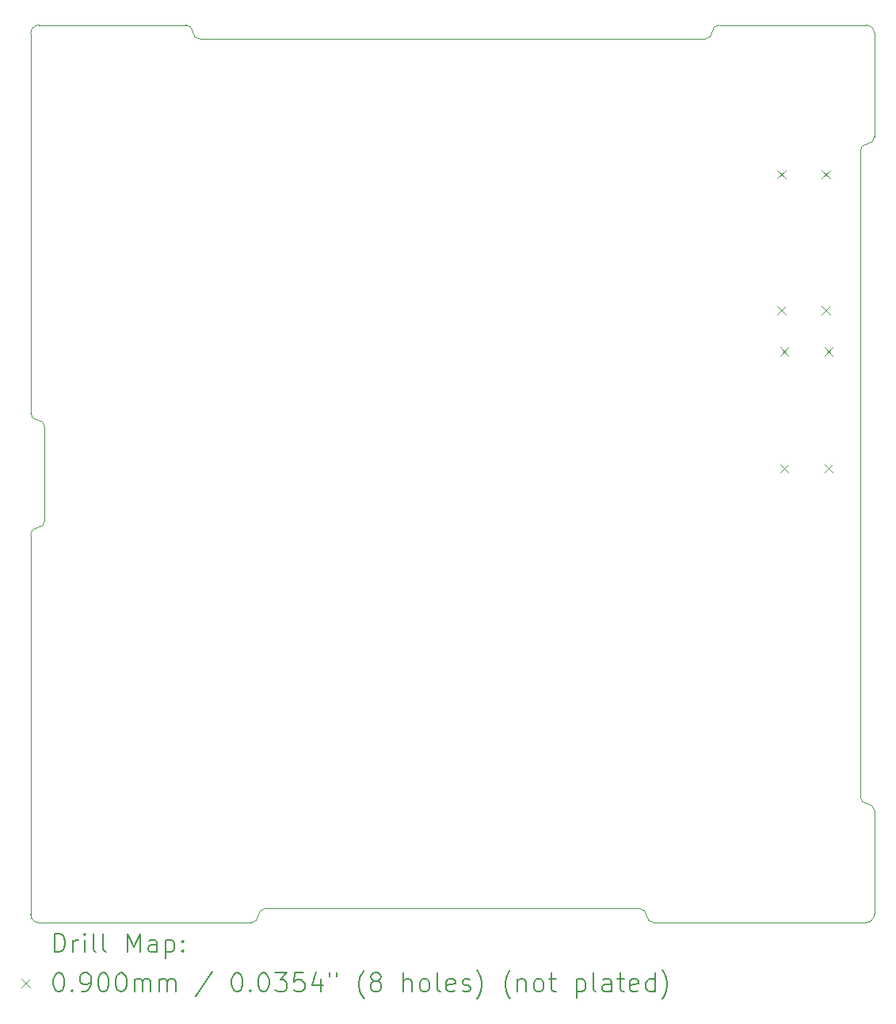
<source format=gbr>
%TF.GenerationSoftware,KiCad,Pcbnew,6.0.9*%
%TF.CreationDate,2023-07-28T14:51:29+03:00*%
%TF.ProjectId,obc-adcs-board,6f62632d-6164-4637-932d-626f6172642e,rev?*%
%TF.SameCoordinates,PX3e2df80PY83e4a60*%
%TF.FileFunction,Drillmap*%
%TF.FilePolarity,Positive*%
%FSLAX45Y45*%
G04 Gerber Fmt 4.5, Leading zero omitted, Abs format (unit mm)*
G04 Created by KiCad (PCBNEW 6.0.9) date 2023-07-28 14:51:29*
%MOMM*%
%LPD*%
G01*
G04 APERTURE LIST*
%ADD10C,0.100000*%
%ADD11C,0.200000*%
%ADD12C,0.090000*%
G04 APERTURE END LIST*
D10*
X160000Y4306500D02*
X160000Y5306500D01*
X6668500Y12000D02*
X8937000Y12000D01*
X85000Y4231500D02*
G75*
G03*
X10000Y4156500I0J-75000D01*
G01*
X6593500Y87000D02*
G75*
G03*
X6518500Y162000I-75000J0D01*
G01*
X7218500Y9451000D02*
G75*
G03*
X7293500Y9526000I0J75000D01*
G01*
X9027000Y1206500D02*
X9027000Y102000D01*
X85000Y4231500D02*
G75*
G03*
X160000Y4306500I0J75000D01*
G01*
X2518500Y162000D02*
G75*
G03*
X2443500Y87000I0J-75000D01*
G01*
X1818500Y9451000D02*
X7218500Y9451000D01*
X10000Y4156500D02*
X10000Y101000D01*
X7368500Y9601000D02*
G75*
G03*
X7293500Y9526000I0J-75000D01*
G01*
X100000Y9601000D02*
G75*
G03*
X10000Y9511000I0J-90000D01*
G01*
X10000Y101000D02*
G75*
G03*
X100000Y11000I90000J0D01*
G01*
X8877000Y1356500D02*
X8877000Y8256500D01*
X9027000Y1206500D02*
G75*
G03*
X8952000Y1281500I-75000J0D01*
G01*
X8952000Y8331500D02*
G75*
G03*
X8877000Y8256500I0J-75000D01*
G01*
X8877000Y1356500D02*
G75*
G03*
X8952000Y1281500I75000J0D01*
G01*
X2518500Y162000D02*
X6518500Y162000D01*
X7368500Y9601000D02*
X8937000Y9601000D01*
X8952000Y8331500D02*
G75*
G03*
X9027000Y8406500I0J75000D01*
G01*
X8937000Y12000D02*
G75*
G03*
X9027000Y102000I0J90000D01*
G01*
X160000Y5306500D02*
G75*
G03*
X85000Y5381500I-75000J0D01*
G01*
X2368500Y12000D02*
G75*
G03*
X2443500Y87000I0J75000D01*
G01*
X9027000Y9511000D02*
G75*
G03*
X8937000Y9601000I-90000J0D01*
G01*
X1743500Y9526000D02*
G75*
G03*
X1818500Y9451000I75000J0D01*
G01*
X10000Y5456500D02*
G75*
G03*
X85000Y5381500I75000J0D01*
G01*
X100000Y9601000D02*
X1668500Y9601000D01*
X9027000Y9511000D02*
X9027000Y8406500D01*
X10000Y9511000D02*
X10000Y5456500D01*
X1743500Y9526000D02*
G75*
G03*
X1668500Y9601000I-75000J0D01*
G01*
X2368500Y12000D02*
X100000Y11000D01*
X6593500Y87000D02*
G75*
G03*
X6668500Y12000I75000J0D01*
G01*
D11*
D12*
X7990000Y8050000D02*
X8080000Y7960000D01*
X8080000Y8050000D02*
X7990000Y7960000D01*
X7990000Y6600000D02*
X8080000Y6510000D01*
X8080000Y6600000D02*
X7990000Y6510000D01*
X8020000Y6160000D02*
X8110000Y6070000D01*
X8110000Y6160000D02*
X8020000Y6070000D01*
X8020000Y4910000D02*
X8110000Y4820000D01*
X8110000Y4910000D02*
X8020000Y4820000D01*
X8465000Y8050000D02*
X8555000Y7960000D01*
X8555000Y8050000D02*
X8465000Y7960000D01*
X8465000Y6600000D02*
X8555000Y6510000D01*
X8555000Y6600000D02*
X8465000Y6510000D01*
X8495000Y6160000D02*
X8585000Y6070000D01*
X8585000Y6160000D02*
X8495000Y6070000D01*
X8495000Y4910000D02*
X8585000Y4820000D01*
X8585000Y4910000D02*
X8495000Y4820000D01*
D11*
X262619Y-304476D02*
X262619Y-104476D01*
X310238Y-104476D01*
X338810Y-114000D01*
X357857Y-133048D01*
X367381Y-152095D01*
X376905Y-190190D01*
X376905Y-218762D01*
X367381Y-256857D01*
X357857Y-275905D01*
X338810Y-294952D01*
X310238Y-304476D01*
X262619Y-304476D01*
X462619Y-304476D02*
X462619Y-171143D01*
X462619Y-209238D02*
X472143Y-190190D01*
X481667Y-180667D01*
X500714Y-171143D01*
X519762Y-171143D01*
X586429Y-304476D02*
X586429Y-171143D01*
X586429Y-104476D02*
X576905Y-114000D01*
X586429Y-123524D01*
X595952Y-114000D01*
X586429Y-104476D01*
X586429Y-123524D01*
X710238Y-304476D02*
X691190Y-294952D01*
X681667Y-275905D01*
X681667Y-104476D01*
X815000Y-304476D02*
X795952Y-294952D01*
X786428Y-275905D01*
X786428Y-104476D01*
X1043571Y-304476D02*
X1043571Y-104476D01*
X1110238Y-247333D01*
X1176905Y-104476D01*
X1176905Y-304476D01*
X1357857Y-304476D02*
X1357857Y-199714D01*
X1348333Y-180667D01*
X1329286Y-171143D01*
X1291190Y-171143D01*
X1272143Y-180667D01*
X1357857Y-294952D02*
X1338810Y-304476D01*
X1291190Y-304476D01*
X1272143Y-294952D01*
X1262619Y-275905D01*
X1262619Y-256857D01*
X1272143Y-237809D01*
X1291190Y-228286D01*
X1338810Y-228286D01*
X1357857Y-218762D01*
X1453095Y-171143D02*
X1453095Y-371143D01*
X1453095Y-180667D02*
X1472143Y-171143D01*
X1510238Y-171143D01*
X1529286Y-180667D01*
X1538809Y-190190D01*
X1548333Y-209238D01*
X1548333Y-266381D01*
X1538809Y-285429D01*
X1529286Y-294952D01*
X1510238Y-304476D01*
X1472143Y-304476D01*
X1453095Y-294952D01*
X1634048Y-285429D02*
X1643571Y-294952D01*
X1634048Y-304476D01*
X1624524Y-294952D01*
X1634048Y-285429D01*
X1634048Y-304476D01*
X1634048Y-180667D02*
X1643571Y-190190D01*
X1634048Y-199714D01*
X1624524Y-190190D01*
X1634048Y-180667D01*
X1634048Y-199714D01*
D12*
X-85000Y-589000D02*
X5000Y-679000D01*
X5000Y-589000D02*
X-85000Y-679000D01*
D11*
X300714Y-524476D02*
X319762Y-524476D01*
X338810Y-534000D01*
X348333Y-543524D01*
X357857Y-562571D01*
X367381Y-600667D01*
X367381Y-648286D01*
X357857Y-686381D01*
X348333Y-705428D01*
X338810Y-714952D01*
X319762Y-724476D01*
X300714Y-724476D01*
X281667Y-714952D01*
X272143Y-705428D01*
X262619Y-686381D01*
X253095Y-648286D01*
X253095Y-600667D01*
X262619Y-562571D01*
X272143Y-543524D01*
X281667Y-534000D01*
X300714Y-524476D01*
X453095Y-705428D02*
X462619Y-714952D01*
X453095Y-724476D01*
X443571Y-714952D01*
X453095Y-705428D01*
X453095Y-724476D01*
X557857Y-724476D02*
X595952Y-724476D01*
X615000Y-714952D01*
X624524Y-705428D01*
X643571Y-676857D01*
X653095Y-638762D01*
X653095Y-562571D01*
X643571Y-543524D01*
X634048Y-534000D01*
X615000Y-524476D01*
X576905Y-524476D01*
X557857Y-534000D01*
X548333Y-543524D01*
X538810Y-562571D01*
X538810Y-610190D01*
X548333Y-629238D01*
X557857Y-638762D01*
X576905Y-648286D01*
X615000Y-648286D01*
X634048Y-638762D01*
X643571Y-629238D01*
X653095Y-610190D01*
X776905Y-524476D02*
X795952Y-524476D01*
X815000Y-534000D01*
X824524Y-543524D01*
X834048Y-562571D01*
X843571Y-600667D01*
X843571Y-648286D01*
X834048Y-686381D01*
X824524Y-705428D01*
X815000Y-714952D01*
X795952Y-724476D01*
X776905Y-724476D01*
X757857Y-714952D01*
X748333Y-705428D01*
X738809Y-686381D01*
X729286Y-648286D01*
X729286Y-600667D01*
X738809Y-562571D01*
X748333Y-543524D01*
X757857Y-534000D01*
X776905Y-524476D01*
X967381Y-524476D02*
X986428Y-524476D01*
X1005476Y-534000D01*
X1015000Y-543524D01*
X1024524Y-562571D01*
X1034048Y-600667D01*
X1034048Y-648286D01*
X1024524Y-686381D01*
X1015000Y-705428D01*
X1005476Y-714952D01*
X986428Y-724476D01*
X967381Y-724476D01*
X948333Y-714952D01*
X938809Y-705428D01*
X929286Y-686381D01*
X919762Y-648286D01*
X919762Y-600667D01*
X929286Y-562571D01*
X938809Y-543524D01*
X948333Y-534000D01*
X967381Y-524476D01*
X1119762Y-724476D02*
X1119762Y-591143D01*
X1119762Y-610190D02*
X1129286Y-600667D01*
X1148333Y-591143D01*
X1176905Y-591143D01*
X1195952Y-600667D01*
X1205476Y-619714D01*
X1205476Y-724476D01*
X1205476Y-619714D02*
X1215000Y-600667D01*
X1234048Y-591143D01*
X1262619Y-591143D01*
X1281667Y-600667D01*
X1291190Y-619714D01*
X1291190Y-724476D01*
X1386429Y-724476D02*
X1386429Y-591143D01*
X1386429Y-610190D02*
X1395952Y-600667D01*
X1415000Y-591143D01*
X1443571Y-591143D01*
X1462619Y-600667D01*
X1472143Y-619714D01*
X1472143Y-724476D01*
X1472143Y-619714D02*
X1481667Y-600667D01*
X1500714Y-591143D01*
X1529286Y-591143D01*
X1548333Y-600667D01*
X1557857Y-619714D01*
X1557857Y-724476D01*
X1948333Y-514952D02*
X1776905Y-772095D01*
X2205476Y-524476D02*
X2224524Y-524476D01*
X2243571Y-534000D01*
X2253095Y-543524D01*
X2262619Y-562571D01*
X2272143Y-600667D01*
X2272143Y-648286D01*
X2262619Y-686381D01*
X2253095Y-705428D01*
X2243571Y-714952D01*
X2224524Y-724476D01*
X2205476Y-724476D01*
X2186429Y-714952D01*
X2176905Y-705428D01*
X2167381Y-686381D01*
X2157857Y-648286D01*
X2157857Y-600667D01*
X2167381Y-562571D01*
X2176905Y-543524D01*
X2186429Y-534000D01*
X2205476Y-524476D01*
X2357857Y-705428D02*
X2367381Y-714952D01*
X2357857Y-724476D01*
X2348333Y-714952D01*
X2357857Y-705428D01*
X2357857Y-724476D01*
X2491190Y-524476D02*
X2510238Y-524476D01*
X2529286Y-534000D01*
X2538810Y-543524D01*
X2548333Y-562571D01*
X2557857Y-600667D01*
X2557857Y-648286D01*
X2548333Y-686381D01*
X2538810Y-705428D01*
X2529286Y-714952D01*
X2510238Y-724476D01*
X2491190Y-724476D01*
X2472143Y-714952D01*
X2462619Y-705428D01*
X2453095Y-686381D01*
X2443571Y-648286D01*
X2443571Y-600667D01*
X2453095Y-562571D01*
X2462619Y-543524D01*
X2472143Y-534000D01*
X2491190Y-524476D01*
X2624524Y-524476D02*
X2748333Y-524476D01*
X2681667Y-600667D01*
X2710238Y-600667D01*
X2729286Y-610190D01*
X2738810Y-619714D01*
X2748333Y-638762D01*
X2748333Y-686381D01*
X2738810Y-705428D01*
X2729286Y-714952D01*
X2710238Y-724476D01*
X2653095Y-724476D01*
X2634048Y-714952D01*
X2624524Y-705428D01*
X2929286Y-524476D02*
X2834048Y-524476D01*
X2824524Y-619714D01*
X2834048Y-610190D01*
X2853095Y-600667D01*
X2900714Y-600667D01*
X2919762Y-610190D01*
X2929286Y-619714D01*
X2938809Y-638762D01*
X2938809Y-686381D01*
X2929286Y-705428D01*
X2919762Y-714952D01*
X2900714Y-724476D01*
X2853095Y-724476D01*
X2834048Y-714952D01*
X2824524Y-705428D01*
X3110238Y-591143D02*
X3110238Y-724476D01*
X3062619Y-514952D02*
X3015000Y-657810D01*
X3138809Y-657810D01*
X3205476Y-524476D02*
X3205476Y-562571D01*
X3281667Y-524476D02*
X3281667Y-562571D01*
X3576905Y-800667D02*
X3567381Y-791143D01*
X3548333Y-762571D01*
X3538809Y-743524D01*
X3529286Y-714952D01*
X3519762Y-667333D01*
X3519762Y-629238D01*
X3529286Y-581619D01*
X3538809Y-553048D01*
X3548333Y-534000D01*
X3567381Y-505428D01*
X3576905Y-495905D01*
X3681667Y-610190D02*
X3662619Y-600667D01*
X3653095Y-591143D01*
X3643571Y-572095D01*
X3643571Y-562571D01*
X3653095Y-543524D01*
X3662619Y-534000D01*
X3681667Y-524476D01*
X3719762Y-524476D01*
X3738809Y-534000D01*
X3748333Y-543524D01*
X3757857Y-562571D01*
X3757857Y-572095D01*
X3748333Y-591143D01*
X3738809Y-600667D01*
X3719762Y-610190D01*
X3681667Y-610190D01*
X3662619Y-619714D01*
X3653095Y-629238D01*
X3643571Y-648286D01*
X3643571Y-686381D01*
X3653095Y-705428D01*
X3662619Y-714952D01*
X3681667Y-724476D01*
X3719762Y-724476D01*
X3738809Y-714952D01*
X3748333Y-705428D01*
X3757857Y-686381D01*
X3757857Y-648286D01*
X3748333Y-629238D01*
X3738809Y-619714D01*
X3719762Y-610190D01*
X3995952Y-724476D02*
X3995952Y-524476D01*
X4081667Y-724476D02*
X4081667Y-619714D01*
X4072143Y-600667D01*
X4053095Y-591143D01*
X4024524Y-591143D01*
X4005476Y-600667D01*
X3995952Y-610190D01*
X4205476Y-724476D02*
X4186428Y-714952D01*
X4176905Y-705428D01*
X4167381Y-686381D01*
X4167381Y-629238D01*
X4176905Y-610190D01*
X4186428Y-600667D01*
X4205476Y-591143D01*
X4234048Y-591143D01*
X4253095Y-600667D01*
X4262619Y-610190D01*
X4272143Y-629238D01*
X4272143Y-686381D01*
X4262619Y-705428D01*
X4253095Y-714952D01*
X4234048Y-724476D01*
X4205476Y-724476D01*
X4386429Y-724476D02*
X4367381Y-714952D01*
X4357857Y-695905D01*
X4357857Y-524476D01*
X4538810Y-714952D02*
X4519762Y-724476D01*
X4481667Y-724476D01*
X4462619Y-714952D01*
X4453095Y-695905D01*
X4453095Y-619714D01*
X4462619Y-600667D01*
X4481667Y-591143D01*
X4519762Y-591143D01*
X4538810Y-600667D01*
X4548333Y-619714D01*
X4548333Y-638762D01*
X4453095Y-657810D01*
X4624524Y-714952D02*
X4643571Y-724476D01*
X4681667Y-724476D01*
X4700714Y-714952D01*
X4710238Y-695905D01*
X4710238Y-686381D01*
X4700714Y-667333D01*
X4681667Y-657810D01*
X4653095Y-657810D01*
X4634048Y-648286D01*
X4624524Y-629238D01*
X4624524Y-619714D01*
X4634048Y-600667D01*
X4653095Y-591143D01*
X4681667Y-591143D01*
X4700714Y-600667D01*
X4776905Y-800667D02*
X4786429Y-791143D01*
X4805476Y-762571D01*
X4815000Y-743524D01*
X4824524Y-714952D01*
X4834048Y-667333D01*
X4834048Y-629238D01*
X4824524Y-581619D01*
X4815000Y-553048D01*
X4805476Y-534000D01*
X4786429Y-505428D01*
X4776905Y-495905D01*
X5138810Y-800667D02*
X5129286Y-791143D01*
X5110238Y-762571D01*
X5100714Y-743524D01*
X5091190Y-714952D01*
X5081667Y-667333D01*
X5081667Y-629238D01*
X5091190Y-581619D01*
X5100714Y-553048D01*
X5110238Y-534000D01*
X5129286Y-505428D01*
X5138810Y-495905D01*
X5215000Y-591143D02*
X5215000Y-724476D01*
X5215000Y-610190D02*
X5224524Y-600667D01*
X5243571Y-591143D01*
X5272143Y-591143D01*
X5291190Y-600667D01*
X5300714Y-619714D01*
X5300714Y-724476D01*
X5424524Y-724476D02*
X5405476Y-714952D01*
X5395952Y-705428D01*
X5386429Y-686381D01*
X5386429Y-629238D01*
X5395952Y-610190D01*
X5405476Y-600667D01*
X5424524Y-591143D01*
X5453095Y-591143D01*
X5472143Y-600667D01*
X5481667Y-610190D01*
X5491190Y-629238D01*
X5491190Y-686381D01*
X5481667Y-705428D01*
X5472143Y-714952D01*
X5453095Y-724476D01*
X5424524Y-724476D01*
X5548333Y-591143D02*
X5624524Y-591143D01*
X5576905Y-524476D02*
X5576905Y-695905D01*
X5586429Y-714952D01*
X5605476Y-724476D01*
X5624524Y-724476D01*
X5843571Y-591143D02*
X5843571Y-791143D01*
X5843571Y-600667D02*
X5862619Y-591143D01*
X5900714Y-591143D01*
X5919762Y-600667D01*
X5929286Y-610190D01*
X5938809Y-629238D01*
X5938809Y-686381D01*
X5929286Y-705428D01*
X5919762Y-714952D01*
X5900714Y-724476D01*
X5862619Y-724476D01*
X5843571Y-714952D01*
X6053095Y-724476D02*
X6034048Y-714952D01*
X6024524Y-695905D01*
X6024524Y-524476D01*
X6215000Y-724476D02*
X6215000Y-619714D01*
X6205476Y-600667D01*
X6186428Y-591143D01*
X6148333Y-591143D01*
X6129286Y-600667D01*
X6215000Y-714952D02*
X6195952Y-724476D01*
X6148333Y-724476D01*
X6129286Y-714952D01*
X6119762Y-695905D01*
X6119762Y-676857D01*
X6129286Y-657810D01*
X6148333Y-648286D01*
X6195952Y-648286D01*
X6215000Y-638762D01*
X6281667Y-591143D02*
X6357857Y-591143D01*
X6310238Y-524476D02*
X6310238Y-695905D01*
X6319762Y-714952D01*
X6338809Y-724476D01*
X6357857Y-724476D01*
X6500714Y-714952D02*
X6481667Y-724476D01*
X6443571Y-724476D01*
X6424524Y-714952D01*
X6415000Y-695905D01*
X6415000Y-619714D01*
X6424524Y-600667D01*
X6443571Y-591143D01*
X6481667Y-591143D01*
X6500714Y-600667D01*
X6510238Y-619714D01*
X6510238Y-638762D01*
X6415000Y-657810D01*
X6681667Y-724476D02*
X6681667Y-524476D01*
X6681667Y-714952D02*
X6662619Y-724476D01*
X6624524Y-724476D01*
X6605476Y-714952D01*
X6595952Y-705428D01*
X6586428Y-686381D01*
X6586428Y-629238D01*
X6595952Y-610190D01*
X6605476Y-600667D01*
X6624524Y-591143D01*
X6662619Y-591143D01*
X6681667Y-600667D01*
X6757857Y-800667D02*
X6767381Y-791143D01*
X6786428Y-762571D01*
X6795952Y-743524D01*
X6805476Y-714952D01*
X6815000Y-667333D01*
X6815000Y-629238D01*
X6805476Y-581619D01*
X6795952Y-553048D01*
X6786428Y-534000D01*
X6767381Y-505428D01*
X6757857Y-495905D01*
M02*

</source>
